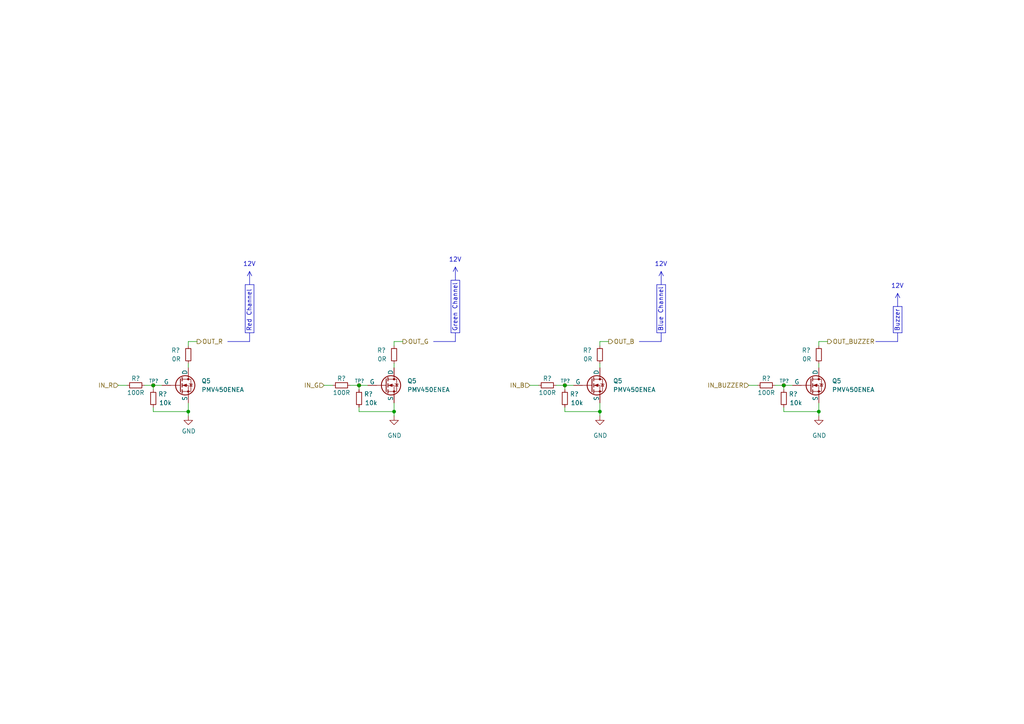
<source format=kicad_sch>
(kicad_sch (version 20230121) (generator eeschema)
  (paper "A4")
  (title_block (title "Autonomous System Status Indicator") (date "2023-07-01") (rev "${REVISION}") (company "Author: I. Kajdan") (comment 1 "Reviewer:"))
  (lib_symbols
    (symbol "Connector:TestPoint_Small" (pin_numbers hide) (pin_names (offset 0.762) hide)
      (property "Reference" "TP" (at 0 3.81 0))
      (property "Value" "TestPoint_Small" (at 0 2.032 0))
      (symbol "TestPoint_Small_0_1"
        (circle (center 0 0) (radius 0.508))
      )
      (symbol "TestPoint_Small_1_1"
        (pin passive line (at 0 0 90) (length 0) (name "1") (number "1"))
      )
    )
    (symbol "Device:R_Small" (pin_numbers hide) (pin_names (offset 0.254) hide)
      (property "Reference" "R" (at 0.762 0.508 0))
      (property "Value" "R_Small" (at 0.762 -1.016 0))
      (symbol "R_Small_0_1"
        (rectangle (start -0.762 1.778) (end 0.762 -1.778) (stroke (width 0.2032)))
      )
      (symbol "R_Small_1_1"
        (pin passive line (at 0 2.54 270) (length 0.762) (name "~") (number "1"))
        (pin passive line (at 0 -2.54 90) (length 0.762) (name "~") (number "2"))
      )
    )
    (symbol "Simulation_SPICE:NMOS" (pin_numbers hide) (pin_names (offset 0))
      (property "Reference" "Q" (at 5.08 1.27 0))
      (property "Value" "NMOS" (at 5.08 -1.27 0))
      (symbol "NMOS_0_1"
        (polyline (pts (xy 0.254 0) (xy -2.54 0)))
        (polyline (pts (xy 0.254 1.905) (xy 0.254 -1.905)) (stroke (width 0.254)))
        (polyline (pts (xy 0.762 -1.27) (xy 0.762 -2.286)) (stroke (width 0.254)))
        (polyline (pts (xy 0.762 0.508) (xy 0.762 -0.508)) (stroke (width 0.254)))
        (polyline (pts (xy 0.762 2.286) (xy 0.762 1.27)) (stroke (width 0.254)))
        (polyline (pts (xy 2.54 2.54) (xy 2.54 1.778)))
        (polyline (pts (xy 2.54 -2.54) (xy 2.54 0) (xy 0.762 0)))
        (polyline (pts (xy 0.762 -1.778) (xy 3.302 -1.778) (xy 3.302 1.778) (xy 0.762 1.778)))
        (polyline (pts (xy 1.016 0) (xy 2.032 0.381) (xy 2.032 -0.381) (xy 1.016 0)) (fill (type outline)))
        (polyline (pts (xy 2.794 0.508) (xy 2.921 0.381) (xy 3.683 0.381) (xy 3.81 0.254)))
        (polyline (pts (xy 3.302 0.381) (xy 2.921 -0.254) (xy 3.683 -0.254) (xy 3.302 0.381)))
        (circle (center 1.651 0) (radius 2.794) (stroke (width 0.254)))
        (circle (center 2.54 -1.778) (radius 0.254) (fill (type outline)))
        (circle (center 2.54 1.778) (radius 0.254) (fill (type outline)))
      )
      (symbol "NMOS_1_1"
        (pin passive line (at 2.54 5.08 270) (length 2.54) (name "D") (number "1"))
        (pin input line (at -5.08 0 0) (length 2.54) (name "G") (number "2"))
        (pin passive line (at 2.54 -5.08 90) (length 2.54) (name "S") (number "3"))
      )
    )
    (symbol "power:GND" (power) (pin_names (offset 0))
      (property "Value" "GND" (at 0 -3.81 0))
      (symbol "GND_0_1"
        (polyline (pts (xy 0 0) (xy 0 -1.27) (xy 1.27 -1.27) (xy 0 -2.54) (xy -1.27 -1.27) (xy 0 -1.27)))
      )
      (symbol "GND_1_1"
        (pin power_in line (at 0 0 270) (length 0) hide (name "GND") (number "1"))
      )
    )
  )
  (junction (at 173.99 119.38))
  (junction (at 44.45 111.76))
  (junction (at 227.33 111.76))
  (junction (at 104.14 111.76))
  (junction (at 237.49 119.38))
  (junction (at 114.3 119.38))
  (junction (at 163.83 111.76))
  (junction (at 54.61 119.38))
  (wire (pts (xy 104.14 119.38) (xy 114.3 119.38)))
  (polyline (pts (xy 260.35 96.52) (xy 260.35 99.06)))
  (wire (pts (xy 237.49 116.84) (xy 237.49 119.38)))
  (wire (pts (xy 54.61 116.84) (xy 54.61 119.38)))
  (polyline (pts (xy 260.35 85.09) (xy 260.985 86.36)))
  (wire (pts (xy 173.99 99.06) (xy 173.99 100.33)))
  (wire (pts (xy 57.15 99.06) (xy 54.61 99.06)))
  (polyline (pts (xy 193.04 96.52) (xy 190.5 96.52)))
  (polyline (pts (xy 130.81 96.52) (xy 130.81 81.28)))
  (polyline (pts (xy 193.04 82.55) (xy 193.04 96.52)))
  (wire (pts (xy 163.83 118.11) (xy 163.83 119.38)))
  (wire (pts (xy 34.29 111.76) (xy 36.83 111.76)))
  (wire (pts (xy 227.33 111.76) (xy 227.33 113.03)))
  (polyline (pts (xy 191.77 96.52) (xy 191.77 99.06)))
  (wire (pts (xy 54.61 119.38) (xy 54.61 120.65)))
  (polyline (pts (xy 191.135 80.01) (xy 191.77 78.74)))
  (polyline (pts (xy 191.77 78.74) (xy 191.77 82.55)))
  (wire (pts (xy 173.99 116.84) (xy 173.99 119.38)))
  (polyline (pts (xy 190.5 96.52) (xy 190.5 82.55)))
  (polyline (pts (xy 132.08 77.47) (xy 132.715 78.74)))
  (wire (pts (xy 163.83 119.38) (xy 173.99 119.38)))
  (polyline (pts (xy 66.04 99.06) (xy 72.39 99.06)))
  (wire (pts (xy 163.83 111.76) (xy 163.83 113.03)))
  (wire (pts (xy 44.45 119.38) (xy 54.61 119.38)))
  (wire (pts (xy 44.45 118.11) (xy 44.45 119.38)))
  (wire (pts (xy 176.53 99.06) (xy 173.99 99.06)))
  (wire (pts (xy 114.3 116.84) (xy 114.3 119.38)))
  (wire (pts (xy 54.61 99.06) (xy 54.61 100.33)))
  (wire (pts (xy 54.61 105.41) (xy 54.61 106.68)))
  (wire (pts (xy 173.99 105.41) (xy 173.99 106.68)))
  (wire (pts (xy 227.33 119.38) (xy 237.49 119.38)))
  (wire (pts (xy 114.3 119.38) (xy 114.3 120.65)))
  (polyline (pts (xy 254 99.06) (xy 260.35 99.06)))
  (wire (pts (xy 44.45 111.76) (xy 44.45 113.03)))
  (polyline (pts (xy 259.08 96.52) (xy 259.08 88.9)))
  (wire (pts (xy 44.45 111.76) (xy 46.99 111.76)))
  (wire (pts (xy 237.49 105.41) (xy 237.49 106.68)))
  (wire (pts (xy 173.99 119.38) (xy 173.99 120.65)))
  (polyline (pts (xy 259.08 88.9) (xy 261.62 88.9)))
  (polyline (pts (xy 133.35 81.28) (xy 133.35 96.52)))
  (polyline (pts (xy 72.39 96.52) (xy 72.39 99.06)))
  (polyline (pts (xy 130.81 81.28) (xy 133.35 81.28)))
  (polyline (pts (xy 191.77 78.74) (xy 192.405 80.01)))
  (polyline (pts (xy 72.39 78.74) (xy 72.39 82.55)))
  (polyline (pts (xy 72.39 78.74) (xy 73.025 80.01)))
  (wire (pts (xy 224.79 111.76) (xy 227.33 111.76)))
  (wire (pts (xy 104.14 111.76) (xy 104.14 113.03)))
  (polyline (pts (xy 73.66 82.55) (xy 73.66 96.52)))
  (polyline (pts (xy 131.445 78.74) (xy 132.08 77.47)))
  (polyline (pts (xy 261.62 96.52) (xy 259.08 96.52)))
  (polyline (pts (xy 185.42 99.06) (xy 191.77 99.06)))
  (polyline (pts (xy 132.08 96.52) (xy 132.08 99.06)))
  (wire (pts (xy 104.14 111.76) (xy 106.68 111.76)))
  (wire (pts (xy 237.49 119.38) (xy 237.49 120.65)))
  (polyline (pts (xy 260.35 85.09) (xy 260.35 88.9)))
  (polyline (pts (xy 71.12 96.52) (xy 71.12 82.55)))
  (wire (pts (xy 93.98 111.76) (xy 96.52 111.76)))
  (polyline (pts (xy 190.5 82.55) (xy 193.04 82.55)))
  (wire (pts (xy 104.14 118.11) (xy 104.14 119.38)))
  (wire (pts (xy 237.49 99.06) (xy 237.49 100.33)))
  (wire (pts (xy 227.33 118.11) (xy 227.33 119.38)))
  (wire (pts (xy 153.67 111.76) (xy 156.21 111.76)))
  (polyline (pts (xy 73.66 96.52) (xy 71.12 96.52)))
  (wire (pts (xy 227.33 111.76) (xy 229.87 111.76)))
  (wire (pts (xy 217.17 111.76) (xy 219.71 111.76)))
  (polyline (pts (xy 125.73 99.06) (xy 132.08 99.06)))
  (polyline (pts (xy 71.12 82.55) (xy 73.66 82.55)))
  (wire (pts (xy 240.03 99.06) (xy 237.49 99.06)))
  (polyline (pts (xy 259.715 86.36) (xy 260.35 85.09)))
  (polyline (pts (xy 132.08 77.47) (xy 132.08 81.28)))
  (wire (pts (xy 161.29 111.76) (xy 163.83 111.76)))
  (wire (pts (xy 116.84 99.06) (xy 114.3 99.06)))
  (wire (pts (xy 101.6 111.76) (xy 104.14 111.76)))
  (wire (pts (xy 41.91 111.76) (xy 44.45 111.76)))
  (wire (pts (xy 114.3 105.41) (xy 114.3 106.68)))
  (polyline (pts (xy 71.755 80.01) (xy 72.39 78.74)))
  (polyline (pts (xy 133.35 96.52) (xy 130.81 96.52)))
  (polyline (pts (xy 261.62 88.9) (xy 261.62 96.52)))
  (wire (pts (xy 114.3 99.06) (xy 114.3 100.33)))
  (wire (pts (xy 163.83 111.76) (xy 166.37 111.76)))
  (text "Red Channel" (at 73.025 96.266 90) (effects (font (size 1.27 1.27)) (justify left bottom)))
  (text "Blue Channel" (at 192.405 96.266 90) (effects (font (size 1.27 1.27)) (justify left bottom)))
  (text "12V" (at 258.445 83.82 0) (effects (font (size 1.27 1.27)) (justify left bottom)))
  (text "Green Channel" (at 132.715 96.266 90) (effects (font (size 1.27 1.27)) (justify left bottom)))
  (text "Buzzer" (at 260.985 96.266 90) (effects (font (size 1.27 1.27)) (justify left bottom)))
  (text "12V" (at 70.485 77.47 0) (effects (font (size 1.27 1.27)) (justify left bottom)))
  (text "12V" (at 130.175 76.2 0) (effects (font (size 1.27 1.27)) (justify left bottom)))
  (text "12V" (at 189.865 77.47 0) (effects (font (size 1.27 1.27)) (justify left bottom)))
  (hierarchical_label "IN_BUZZER" (shape input) (at 217.17 111.76 180))
  (hierarchical_label "IN_G" (shape input) (at 93.98 111.76 180))
  (hierarchical_label "OUT_G" (shape output) (at 116.84 99.06 0))
  (hierarchical_label "IN_R" (shape input) (at 34.29 111.76 180))
  (hierarchical_label "OUT_R" (shape output) (at 57.15 99.06 0))
  (hierarchical_label "OUT_BUZZER" (shape output) (at 240.03 99.06 0))
  (hierarchical_label "IN_B" (shape input) (at 153.67 111.76 180))
  (hierarchical_label "OUT_B" (shape output) (at 176.53 99.06 0))
  (symbol (lib_id "Simulation_SPICE:NMOS") (at 111.76 111.76 0) (unit 1)
    (property "Reference" "Q5" (at 118.11 110.49 0) (effects (justify left)))
    (property "Value" "PMV450ENEA" (at 118.11 113.03 0) (effects (justify left)))
    (property "Datasheet" "https://assets.nexperia.com/documents/data-sheet/PMV450ENEA.pdf" (effects hide))
    (instances (project "rearbox" (path "" (reference "Q5") (unit 1)) (path "" (reference "Q10") (unit 1)) (path "" (reference "Q2") (unit 1))))
  )
  (symbol (lib_id "Device:R_Small") (at 44.45 115.57 180) (unit 1)
    (property "Reference" "R?" (at 45.8978 114.3 0) (effects (justify right)))
    (property "Value" "10k" (at 46.1264 116.84 0) (effects (justify right)))
    (property "Footprint" "Resistor_SMD:R_0603_1608Metric" (effects hide))
    (instances (project "rearbox" (path "" (reference "R?") (unit 1)) (path "" (reference "R?") (unit 1)) (path "" (reference "R95") (unit 1)) (path "" (reference "R?") (unit 1)) (path "" (reference "R4") (unit 1))) (project "Traction_Control_System" (path "" (reference "R?") (unit 1)) (path "" (reference "R?") (unit 1))))
  )
  (symbol (lib_id "Connector:TestPoint_Small") (at 104.14 111.76 0) (unit 1)
    (property "Reference" "TP?" (at 102.87 110.49 0) (effects (font (size 1 1)) (justify left)))
    (property "Value" "TestPoint_Small" (effects hide))
    (property "Footprint" "TestPoint:TestPoint_Pad_D1.0mm" (effects hide))
    (instances (project "rearbox" (path "" (reference "TP?") (unit 1)) (path "" (reference "TP3") (unit 1)) (path "" (reference "TP1") (unit 1)) (path "" (reference "TP43") (unit 1)) (path "" (reference "TP4") (unit 1))))
  )
  (symbol (lib_id "Simulation_SPICE:NMOS") (at 52.07 111.76 0) (unit 1)
    (property "Reference" "Q5" (at 58.42 110.49 0) (effects (justify left)))
    (property "Value" "PMV450ENEA" (at 58.42 113.03 0) (effects (justify left)))
    (property "Datasheet" "https://assets.nexperia.com/documents/data-sheet/PMV450ENEA.pdf" (effects hide))
    (instances (project "rearbox" (path "" (reference "Q5") (unit 1)) (path "" (reference "Q10") (unit 1)) (path "" (reference "Q1") (unit 1))))
  )
  (symbol (lib_id "Device:R_Small") (at 99.06 111.76 270) (unit 1)
    (property "Reference" "R?" (at 99.06 109.0422 90) (effects (justify top)))
    (property "Value" "100R" (at 99.06 113.8936 90))
    (property "Footprint" "Resistor_SMD:R_0603_1608Metric" (effects hide))
    (instances (project "rearbox" (path "" (reference "R?") (unit 1)) (path "" (reference "R?") (unit 1)) (path "" (reference "R94") (unit 1)) (path "" (reference "R?") (unit 1)) (path "" (reference "R6") (unit 1))) (project "Traction_Control_System" (path "" (reference "R?") (unit 1)) (path "" (reference "R?") (unit 1))))
  )
  (symbol (lib_id "Device:R_Small") (at 163.83 115.57 180) (unit 1)
    (property "Reference" "R?" (at 165.2778 114.3 0) (effects (justify right)))
    (property "Value" "10k" (at 165.5064 116.84 0) (effects (justify right)))
    (property "Footprint" "Resistor_SMD:R_0603_1608Metric" (effects hide))
    (instances (project "rearbox" (path "" (reference "R?") (unit 1)) (path "" (reference "R?") (unit 1)) (path "" (reference "R95") (unit 1)) (path "" (reference "R?") (unit 1)) (path "" (reference "R10") (unit 1))) (project "Traction_Control_System" (path "" (reference "R?") (unit 1)) (path "" (reference "R?") (unit 1))))
  )
  (symbol (lib_id "Device:R_Small") (at 227.33 115.57 180) (unit 1)
    (property "Reference" "R?" (at 228.7778 114.3 0) (effects (justify right)))
    (property "Value" "10k" (at 229.0064 116.84 0) (effects (justify right)))
    (property "Footprint" "Resistor_SMD:R_0603_1608Metric" (effects hide))
    (instances (project "rearbox" (path "" (reference "R?") (unit 1)) (path "" (reference "R?") (unit 1)) (path "" (reference "R95") (unit 1)) (path "" (reference "R?") (unit 1)) (path "" (reference "R13") (unit 1))) (project "Traction_Control_System" (path "" (reference "R?") (unit 1)) (path "" (reference "R?") (unit 1))))
  )
  (symbol (lib_id "power:GND") (at 173.99 120.65 0) (unit 1)
    (property "Reference" "#PWR?" (effects hide))
    (property "Value" "GND" (at 174.117 126.3142 0))
    (instances (project "rearbox" (path "" (reference "#PWR?") (unit 1)) (path "" (reference "#PWR?") (unit 1)) (path "" (reference "#PWR0130") (unit 1)) (path "" (reference "#PWR?") (unit 1)) (path "" (reference "#PWR020") (unit 1))) (project "Traction_Control_System" (path "" (reference "#PWR?") (unit 1)) (path "" (reference "#PWR?") (unit 1))))
  )
  (symbol (lib_id "Device:R_Small") (at 222.25 111.76 270) (unit 1)
    (property "Reference" "R?" (at 222.25 109.0422 90) (effects (justify top)))
    (property "Value" "100R" (at 222.25 113.8936 90))
    (property "Footprint" "Resistor_SMD:R_0603_1608Metric" (effects hide))
    (instances (project "rearbox" (path "" (reference "R?") (unit 1)) (path "" (reference "R?") (unit 1)) (path "" (reference "R94") (unit 1)) (path "" (reference "R?") (unit 1)) (path "" (reference "R12") (unit 1))) (project "Traction_Control_System" (path "" (reference "R?") (unit 1)) (path "" (reference "R?") (unit 1))))
  )
  (symbol (lib_id "power:GND") (at 237.49 120.65 0) (unit 1)
    (property "Reference" "#PWR?" (effects hide))
    (property "Value" "GND" (at 237.617 126.3142 0))
    (instances (project "rearbox" (path "" (reference "#PWR?") (unit 1)) (path "" (reference "#PWR?") (unit 1)) (path "" (reference "#PWR0130") (unit 1)) (path "" (reference "#PWR?") (unit 1)) (path "" (reference "#PWR021") (unit 1))) (project "Traction_Control_System" (path "" (reference "#PWR?") (unit 1)) (path "" (reference "#PWR?") (unit 1))))
  )
  (symbol (lib_id "Device:R_Small") (at 173.99 102.87 180) (unit 1)
    (property "Reference" "R?" (at 171.6278 101.6 0) (effects (justify left)))
    (property "Value" "0R" (at 171.8564 104.14 0) (effects (justify left)))
    (property "Footprint" "Resistor_SMD:R_0603_1608Metric" (effects hide))
    (instances (project "rearbox" (path "" (reference "R?") (unit 1)) (path "" (reference "R?") (unit 1)) (path "" (reference "R96") (unit 1)) (path "" (reference "R?") (unit 1)) (path "" (reference "R146") (unit 1)) (path "" (reference "R39") (unit 1)) (path "" (reference "R11") (unit 1))) (project "Traction_Control_System" (path "" (reference "R?") (unit 1)) (path "" (reference "R?") (unit 1))))
  )
  (symbol (lib_id "Connector:TestPoint_Small") (at 44.45 111.76 0) (unit 1)
    (property "Reference" "TP?" (at 43.18 110.49 0) (effects (font (size 1 1)) (justify left)))
    (property "Value" "TestPoint_Small" (effects hide))
    (property "Footprint" "TestPoint:TestPoint_Pad_D1.0mm" (effects hide))
    (instances (project "rearbox" (path "" (reference "TP?") (unit 1)) (path "" (reference "TP3") (unit 1)) (path "" (reference "TP1") (unit 1)) (path "" (reference "TP43") (unit 1)) (path "" (reference "TP3") (unit 1))))
  )
  (symbol (lib_id "Device:R_Small") (at 237.49 102.87 180) (unit 1)
    (property "Reference" "R?" (at 235.1278 101.6 0) (effects (justify left)))
    (property "Value" "0R" (at 235.3564 104.14 0) (effects (justify left)))
    (property "Footprint" "Resistor_SMD:R_0603_1608Metric" (effects hide))
    (instances (project "rearbox" (path "" (reference "R?") (unit 1)) (path "" (reference "R?") (unit 1)) (path "" (reference "R96") (unit 1)) (path "" (reference "R?") (unit 1)) (path "" (reference "R146") (unit 1)) (path "" (reference "R39") (unit 1)) (path "" (reference "R14") (unit 1))) (project "Traction_Control_System" (path "" (reference "R?") (unit 1)) (path "" (reference "R?") (unit 1))))
  )
  (symbol (lib_id "Device:R_Small") (at 158.75 111.76 270) (unit 1)
    (property "Reference" "R?" (at 158.75 109.0422 90) (effects (justify top)))
    (property "Value" "100R" (at 158.75 113.8936 90))
    (property "Footprint" "Resistor_SMD:R_0603_1608Metric" (effects hide))
    (instances (project "rearbox" (path "" (reference "R?") (unit 1)) (path "" (reference "R?") (unit 1)) (path "" (reference "R94") (unit 1)) (path "" (reference "R?") (unit 1)) (path "" (reference "R9") (unit 1))) (project "Traction_Control_System" (path "" (reference "R?") (unit 1)) (path "" (reference "R?") (unit 1))))
  )
  (symbol (lib_id "Device:R_Small") (at 104.14 115.57 180) (unit 1)
    (property "Reference" "R?" (at 105.5878 114.3 0) (effects (justify right)))
    (property "Value" "10k" (at 105.8164 116.84 0) (effects (justify right)))
    (property "Footprint" "Resistor_SMD:R_0603_1608Metric" (effects hide))
    (instances (project "rearbox" (path "" (reference "R?") (unit 1)) (path "" (reference "R?") (unit 1)) (path "" (reference "R95") (unit 1)) (path "" (reference "R?") (unit 1)) (path "" (reference "R7") (unit 1))) (project "Traction_Control_System" (path "" (reference "R?") (unit 1)) (path "" (reference "R?") (unit 1))))
  )
  (symbol (lib_id "power:GND") (at 54.61 120.65 0) (unit 1)
    (property "Reference" "#PWR?" (effects hide))
    (property "Value" "GND" (at 54.737 125.0442 0))
    (instances (project "rearbox" (path "" (reference "#PWR?") (unit 1)) (path "" (reference "#PWR?") (unit 1)) (path "" (reference "#PWR0130") (unit 1)) (path "" (reference "#PWR?") (unit 1)) (path "" (reference "#PWR018") (unit 1))) (project "Traction_Control_System" (path "" (reference "#PWR?") (unit 1)) (path "" (reference "#PWR?") (unit 1))))
  )
  (symbol (lib_id "Device:R_Small") (at 114.3 102.87 180) (unit 1)
    (property "Reference" "R?" (at 111.9378 101.6 0) (effects (justify left)))
    (property "Value" "0R" (at 112.1664 104.14 0) (effects (justify left)))
    (property "Footprint" "Resistor_SMD:R_0603_1608Metric" (effects hide))
    (instances (project "rearbox" (path "" (reference "R?") (unit 1)) (path "" (reference "R?") (unit 1)) (path "" (reference "R96") (unit 1)) (path "" (reference "R?") (unit 1)) (path "" (reference "R146") (unit 1)) (path "" (reference "R39") (unit 1)) (path "" (reference "R8") (unit 1))) (project "Traction_Control_System" (path "" (reference "R?") (unit 1)) (path "" (reference "R?") (unit 1))))
  )
  (symbol (lib_id "power:GND") (at 114.3 120.65 0) (unit 1)
    (property "Reference" "#PWR?" (effects hide))
    (property "Value" "GND" (at 114.427 126.3142 0))
    (instances (project "rearbox" (path "" (reference "#PWR?") (unit 1)) (path "" (reference "#PWR?") (unit 1)) (path "" (reference "#PWR0130") (unit 1)) (path "" (reference "#PWR?") (unit 1)) (path "" (reference "#PWR019") (unit 1))) (project "Traction_Control_System" (path "" (reference "#PWR?") (unit 1)) (path "" (reference "#PWR?") (unit 1))))
  )
  (symbol (lib_id "Connector:TestPoint_Small") (at 163.83 111.76 0) (unit 1)
    (property "Reference" "TP?" (at 162.56 110.49 0) (effects (font (size 1 1)) (justify left)))
    (property "Value" "TestPoint_Small" (effects hide))
    (property "Footprint" "TestPoint:TestPoint_Pad_D1.0mm" (effects hide))
    (instances (project "rearbox" (path "" (reference "TP?") (unit 1)) (path "" (reference "TP3") (unit 1)) (path "" (reference "TP1") (unit 1)) (path "" (reference "TP43") (unit 1)) (path "" (reference "TP5") (unit 1))))
  )
  (symbol (lib_id "Device:R_Small") (at 39.37 111.76 270) (unit 1)
    (property "Reference" "R?" (at 39.37 109.0422 90) (effects (justify top)))
    (property "Value" "100R" (at 39.37 113.8936 90))
    (property "Footprint" "Resistor_SMD:R_0603_1608Metric" (effects hide))
    (instances (project "rearbox" (path "" (reference "R?") (unit 1)) (path "" (reference "R?") (unit 1)) (path "" (reference "R94") (unit 1)) (path "" (reference "R?") (unit 1)) (path "" (reference "R3") (unit 1))) (project "Traction_Control_System" (path "" (reference "R?") (unit 1)) (path "" (reference "R?") (unit 1))))
  )
  (symbol (lib_id "Device:R_Small") (at 54.61 102.87 180) (unit 1)
    (property "Reference" "R?" (at 52.2478 101.6 0) (effects (justify left)))
    (property "Value" "0R" (at 52.4764 104.14 0) (effects (justify left)))
    (property "Footprint" "Resistor_SMD:R_0603_1608Metric" (effects hide))
    (instances (project "rearbox" (path "" (reference "R?") (unit 1)) (path "" (reference "R?") (unit 1)) (path "" (reference "R96") (unit 1)) (path "" (reference "R?") (unit 1)) (path "" (reference "R146") (unit 1)) (path "" (reference "R39") (unit 1)) (path "" (reference "R5") (unit 1))) (project "Traction_Control_System" (path "" (reference "R?") (unit 1)) (path "" (reference "R?") (unit 1))))
  )
  (symbol (lib_id "Simulation_SPICE:NMOS") (at 171.45 111.76 0) (unit 1)
    (property "Reference" "Q5" (at 177.8 110.49 0) (effects (justify left)))
    (property "Value" "PMV450ENEA" (at 177.8 113.03 0) (effects (justify left)))
    (property "Datasheet" "https://assets.nexperia.com/documents/data-sheet/PMV450ENEA.pdf" (effects hide))
    (instances (project "rearbox" (path "" (reference "Q5") (unit 1)) (path "" (reference "Q10") (unit 1)) (path "" (reference "Q3") (unit 1))))
  )
  (symbol (lib_id "Simulation_SPICE:NMOS") (at 234.95 111.76 0) (unit 1)
    (property "Reference" "Q5" (at 241.3 110.49 0) (effects (justify left)))
    (property "Value" "PMV450ENEA" (at 241.3 113.03 0) (effects (justify left)))
    (property "Datasheet" "https://assets.nexperia.com/documents/data-sheet/PMV450ENEA.pdf" (effects hide))
    (instances (project "rearbox" (path "" (reference "Q5") (unit 1)) (path "" (reference "Q10") (unit 1)) (path "" (reference "Q4") (unit 1))))
  )
  (symbol (lib_id "Connector:TestPoint_Small") (at 227.33 111.76 0) (unit 1)
    (property "Reference" "TP?" (at 226.06 110.49 0) (effects (font (size 1 1)) (justify left)))
    (property "Value" "TestPoint_Small" (effects hide))
    (property "Footprint" "TestPoint:TestPoint_Pad_D1.0mm" (effects hide))
    (instances (project "rearbox" (path "" (reference "TP?") (unit 1)) (path "" (reference "TP3") (unit 1)) (path "" (reference "TP1") (unit 1)) (path "" (reference "TP43") (unit 1)) (path "" (reference "TP6") (unit 1))))
  )
)
</source>
